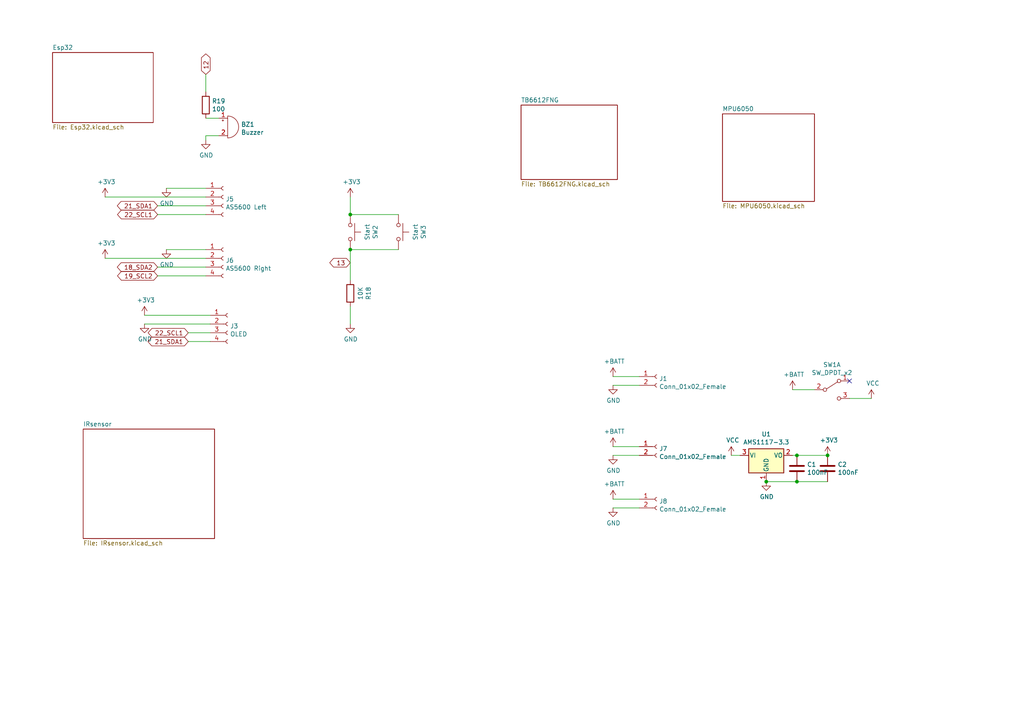
<source format=kicad_sch>
(kicad_sch (version 20211123) (generator eeschema)
  (paper "A4")
  (lib_symbols
    (symbol "Connector:Conn_01x02_Female" (pin_names (offset 1.016) hide)
      (property "Reference" "J" (at 0 2.54 0))
      (property "Value" "Conn_01x02_Female" (at 0 -5.08 0))
      (symbol "Conn_01x02_Female_1_1"
        (arc (start 0 -2.032) (mid -0.508 -2.54) (end 0 -3.048) (stroke (width 0.1524)))
        (polyline (pts (xy -1.27 -2.54) (xy -0.508 -2.54)) (stroke (width 0.1524)))
        (polyline (pts (xy -1.27 0) (xy -0.508 0)) (stroke (width 0.1524)))
        (arc (start 0 0.508) (mid -0.508 0) (end 0 -0.508) (stroke (width 0.1524)))
        (pin passive line (at -5.08 0 0) (length 3.81) (name "Pin_1") (number "1"))
        (pin passive line (at -5.08 -2.54 0) (length 3.81) (name "Pin_2") (number "2"))
      )
    )
    (symbol "Connector:Conn_01x04_Female" (pin_names (offset 1.016) hide)
      (property "Reference" "J" (at 0 5.08 0))
      (property "Value" "Conn_01x04_Female" (at 0 -7.62 0))
      (symbol "Conn_01x04_Female_1_1"
        (arc (start 0 -4.572) (mid -0.508 -5.08) (end 0 -5.588) (stroke (width 0.1524)))
        (arc (start 0 -2.032) (mid -0.508 -2.54) (end 0 -3.048) (stroke (width 0.1524)))
        (polyline (pts (xy -1.27 -5.08) (xy -0.508 -5.08)) (stroke (width 0.1524)))
        (polyline (pts (xy -1.27 -2.54) (xy -0.508 -2.54)) (stroke (width 0.1524)))
        (polyline (pts (xy -1.27 0) (xy -0.508 0)) (stroke (width 0.1524)))
        (polyline (pts (xy -1.27 2.54) (xy -0.508 2.54)) (stroke (width 0.1524)))
        (arc (start 0 0.508) (mid -0.508 0) (end 0 -0.508) (stroke (width 0.1524)))
        (arc (start 0 3.048) (mid -0.508 2.54) (end 0 2.032) (stroke (width 0.1524)))
        (pin passive line (at -5.08 2.54 0) (length 3.81) (name "Pin_1") (number "1"))
        (pin passive line (at -5.08 0 0) (length 3.81) (name "Pin_2") (number "2"))
        (pin passive line (at -5.08 -2.54 0) (length 3.81) (name "Pin_3") (number "3"))
        (pin passive line (at -5.08 -5.08 0) (length 3.81) (name "Pin_4") (number "4"))
      )
    )
    (symbol "Device:Buzzer" (pin_names (offset 0.0254) hide)
      (property "Reference" "BZ" (at 3.81 1.27 0))
      (property "Value" "Buzzer" (at 3.81 -1.27 0))
      (symbol "Buzzer_0_1"
        (arc (start 0 -3.175) (mid 3.175 0) (end 0 3.175))
        (polyline (pts (xy -1.651 1.905) (xy -1.143 1.905)))
        (polyline (pts (xy -1.397 2.159) (xy -1.397 1.651)))
        (polyline (pts (xy 0 3.175) (xy 0 -3.175)))
      )
      (symbol "Buzzer_1_1"
        (pin passive line (at -2.54 2.54 0) (length 2.54) (name "-") (number "1"))
        (pin passive line (at -2.54 -2.54 0) (length 2.54) (name "+") (number "2"))
      )
    )
    (symbol "Device:C" (pin_numbers hide) (pin_names (offset 0.254))
      (property "Reference" "C" (at 0.635 2.54 0))
      (property "Value" "C" (at 0.635 -2.54 0))
      (symbol "C_0_1"
        (polyline (pts (xy -2.032 -0.762) (xy 2.032 -0.762)) (stroke (width 0.508)))
        (polyline (pts (xy -2.032 0.762) (xy 2.032 0.762)) (stroke (width 0.508)))
      )
      (symbol "C_1_1"
        (pin passive line (at 0 3.81 270) (length 2.794) (name "~") (number "1"))
        (pin passive line (at 0 -3.81 90) (length 2.794) (name "~") (number "2"))
      )
    )
    (symbol "Device:R" (pin_numbers hide) (pin_names (offset 0))
      (property "Reference" "R" (at 2.032 0 90))
      (property "Value" "R" (at 0 0 90))
      (symbol "R_0_1"
        (rectangle (start -1.016 -2.54) (end 1.016 2.54) (stroke (width 0.254)))
      )
      (symbol "R_1_1"
        (pin passive line (at 0 3.81 270) (length 1.27) (name "~") (number "1"))
        (pin passive line (at 0 -3.81 90) (length 1.27) (name "~") (number "2"))
      )
    )
    (symbol "Micromouse_V01-rescue:+3.3V-power" (power) (pin_names (offset 0))
      (property "Value" "+3.3V-power" (at 0 3.556 0))
      (symbol "+3.3V-power_0_1"
        (polyline (pts (xy -0.762 1.27) (xy 0 2.54)))
        (polyline (pts (xy 0 0) (xy 0 2.54)))
        (polyline (pts (xy 0 2.54) (xy 0.762 1.27)))
      )
      (symbol "+3.3V-power_1_1"
        (pin power_in line (at 0 0 90) (length 0) hide (name "+3V3") (number "1"))
      )
    )
    (symbol "Micromouse_V01-rescue:SW_DPDT_x2-Switch" (pin_names (offset 0) hide)
      (property "Reference" "SW" (at 0 4.318 0))
      (property "Value" "SW_DPDT_x2-Switch" (at 0 -5.08 0))
      (symbol "SW_DPDT_x2-Switch_0_0"
        (circle (center -2.032 0) (radius 0.508))
        (circle (center 2.032 -2.54) (radius 0.508))
      )
      (symbol "SW_DPDT_x2-Switch_0_1"
        (polyline (pts (xy -1.524 0.254) (xy 1.651 2.286)))
        (circle (center 2.032 2.54) (radius 0.508))
      )
      (symbol "SW_DPDT_x2-Switch_1_1"
        (pin output line (at 5.08 2.54 180) (length 2.54) (name "A") (number "1"))
        (pin passive line (at -5.08 0 0) (length 2.54) (name "B") (number "2"))
        (pin output line (at 5.08 -2.54 180) (length 2.54) (name "C") (number "3"))
      )
      (symbol "SW_DPDT_x2-Switch_2_1"
        (pin output line (at 5.08 2.54 180) (length 2.54) (name "A") (number "4"))
        (pin passive line (at -5.08 0 0) (length 2.54) (name "B") (number "5"))
        (pin output line (at 5.08 -2.54 180) (length 2.54) (name "C") (number "6"))
      )
    )
    (symbol "Regulator_Linear:AMS1117-3.3" (pin_names (offset 0.254))
      (property "Reference" "U" (at -3.81 3.175 0))
      (property "Value" "AMS1117-3.3" (at 0 3.175 0))
      (symbol "AMS1117-3.3_0_1"
        (rectangle (start -5.08 -5.08) (end 5.08 1.905) (stroke (width 0.254)) (fill (type background)))
      )
      (symbol "AMS1117-3.3_1_1"
        (pin power_in line (at 0 -7.62 90) (length 2.54) (name "GND") (number "1"))
        (pin power_out line (at 7.62 0 180) (length 2.54) (name "VO") (number "2"))
        (pin power_in line (at -7.62 0 0) (length 2.54) (name "VI") (number "3"))
      )
    )
    (symbol "Switch:SW_Push" (pin_numbers hide) (pin_names (offset 1.016) hide)
      (property "Reference" "SW" (at 1.27 2.54 0))
      (property "Value" "SW_Push" (at 0 -1.524 0))
      (symbol "SW_Push_0_1"
        (circle (center -2.032 0) (radius 0.508))
        (polyline (pts (xy 0 1.27) (xy 0 3.048)))
        (polyline (pts (xy 2.54 1.27) (xy -2.54 1.27)))
        (circle (center 2.032 0) (radius 0.508))
        (pin passive line (at -5.08 0 0) (length 2.54) (name "1") (number "1"))
        (pin passive line (at 5.08 0 180) (length 2.54) (name "2") (number "2"))
      )
    )
    (symbol "power:+3V3" (power) (pin_names (offset 0))
      (property "Value" "+3V3" (at 0 3.556 0))
      (symbol "+3V3_0_1"
        (polyline (pts (xy -0.762 1.27) (xy 0 2.54)))
        (polyline (pts (xy 0 0) (xy 0 2.54)))
        (polyline (pts (xy 0 2.54) (xy 0.762 1.27)))
      )
      (symbol "+3V3_1_1"
        (pin power_in line (at 0 0 90) (length 0) hide (name "+3V3") (number "1"))
      )
    )
    (symbol "power:+BATT" (power) (pin_names (offset 0))
      (property "Value" "+BATT" (at 0 3.556 0))
      (symbol "+BATT_0_1"
        (polyline (pts (xy -0.762 1.27) (xy 0 2.54)))
        (polyline (pts (xy 0 0) (xy 0 2.54)))
        (polyline (pts (xy 0 2.54) (xy 0.762 1.27)))
      )
      (symbol "+BATT_1_1"
        (pin power_in line (at 0 0 90) (length 0) hide (name "+BATT") (number "1"))
      )
    )
    (symbol "power:GND" (power) (pin_names (offset 0))
      (property "Value" "GND" (at 0 -3.81 0))
      (symbol "GND_0_1"
        (polyline (pts (xy 0 0) (xy 0 -1.27) (xy 1.27 -1.27) (xy 0 -2.54) (xy -1.27 -1.27) (xy 0 -1.27)))
      )
      (symbol "GND_1_1"
        (pin power_in line (at 0 0 270) (length 0) hide (name "GND") (number "1"))
      )
    )
    (symbol "power:VCC" (power) (pin_names (offset 0))
      (property "Value" "VCC" (at 0 3.81 0))
      (symbol "VCC_0_1"
        (polyline (pts (xy -0.762 1.27) (xy 0 2.54)))
        (polyline (pts (xy 0 0) (xy 0 2.54)))
        (polyline (pts (xy 0 2.54) (xy 0.762 1.27)))
      )
      (symbol "VCC_1_1"
        (pin power_in line (at 0 0 90) (length 0) hide (name "VCC") (number "1"))
      )
    )
  )
  (junction (at 101.6 72.39))
  (junction (at 101.6 62.23))
  (junction (at 222.25 139.7))
  (junction (at 231.14 139.7))
  (junction (at 231.14 132.08))
  (junction (at 240.03 132.08))
  (no_connect (at 246.38 110.49))
  (wire (pts (xy 115.57 62.23) (xy 101.6 62.23)))
  (wire (pts (xy 177.8 129.54) (xy 185.42 129.54)))
  (wire (pts (xy 101.6 81.28) (xy 101.6 72.39)))
  (wire (pts (xy 229.87 113.03) (xy 236.22 113.03)))
  (wire (pts (xy 59.69 39.37) (xy 63.5 39.37)))
  (wire (pts (xy 54.61 99.06) (xy 60.96 99.06)))
  (wire (pts (xy 48.26 72.39) (xy 59.69 72.39)))
  (wire (pts (xy 45.72 59.69) (xy 59.69 59.69)))
  (wire (pts (xy 101.6 57.15) (xy 101.6 62.23)))
  (wire (pts (xy 214.63 132.08) (xy 212.09 132.08)))
  (wire (pts (xy 59.69 21.59) (xy 59.69 26.67)))
  (wire (pts (xy 60.96 93.98) (xy 41.91 93.98)))
  (wire (pts (xy 45.72 77.47) (xy 59.69 77.47)))
  (wire (pts (xy 30.48 74.93) (xy 59.69 74.93)))
  (wire (pts (xy 240.03 139.7) (xy 231.14 139.7)))
  (wire (pts (xy 59.69 62.23) (xy 45.72 62.23)))
  (wire (pts (xy 101.6 93.98) (xy 101.6 88.9)))
  (wire (pts (xy 252.73 115.57) (xy 246.38 115.57)))
  (wire (pts (xy 115.57 72.39) (xy 101.6 72.39)))
  (wire (pts (xy 177.8 144.78) (xy 185.42 144.78)))
  (wire (pts (xy 229.87 132.08) (xy 231.14 132.08)))
  (wire (pts (xy 177.8 132.08) (xy 185.42 132.08)))
  (wire (pts (xy 48.26 54.61) (xy 59.69 54.61)))
  (wire (pts (xy 231.14 139.7) (xy 222.25 139.7)))
  (wire (pts (xy 59.69 40.64) (xy 59.69 39.37)))
  (wire (pts (xy 54.61 96.52) (xy 60.96 96.52)))
  (wire (pts (xy 177.8 109.22) (xy 185.42 109.22)))
  (wire (pts (xy 59.69 80.01) (xy 45.72 80.01)))
  (wire (pts (xy 63.5 34.29) (xy 59.69 34.29)))
  (wire (pts (xy 231.14 132.08) (xy 240.03 132.08)))
  (wire (pts (xy 60.96 91.44) (xy 41.91 91.44)))
  (wire (pts (xy 30.48 57.15) (xy 59.69 57.15)))
  (wire (pts (xy 177.8 147.32) (xy 185.42 147.32)))
  (wire (pts (xy 177.8 111.76) (xy 185.42 111.76)))
  (global_label "18_SDA2" (shape bidirectional) (at 45.72 77.47 180) (property "Intersheet References" "${INTERSHEET_REFS}" (effects hide)))
  (global_label "13" (shape bidirectional) (at 101.6 76.2 180) (property "Intersheet References" "${INTERSHEET_REFS}" (effects hide)))
  (global_label "22_SCL1" (shape bidirectional) (at 45.72 62.23 180) (property "Intersheet References" "${INTERSHEET_REFS}" (effects hide)))
  (global_label "21_SDA1" (shape bidirectional) (at 45.72 59.69 180) (property "Intersheet References" "${INTERSHEET_REFS}" (effects hide)))
  (global_label "19_SCL2" (shape bidirectional) (at 45.72 80.01 180) (property "Intersheet References" "${INTERSHEET_REFS}" (effects hide)))
  (global_label "21_SDA1" (shape bidirectional) (at 54.61 99.06 180) (property "Intersheet References" "${INTERSHEET_REFS}" (effects hide)))
  (global_label "12" (shape bidirectional) (at 59.69 21.59 90) (property "Intersheet References" "${INTERSHEET_REFS}" (effects hide)))
  (global_label "22_SCL1" (shape bidirectional) (at 54.61 96.52 180) (property "Intersheet References" "${INTERSHEET_REFS}" (effects hide)))
  (symbol (lib_id "power:GND") (at 222.25 139.7 0) (unit 1)
    (property "Reference" "#PWR05" (effects hide))
    (property "Value" "GND" (at 222.377 144.0942 0))
  )
  (symbol (lib_id "power:VCC") (at 212.09 132.08 0) (unit 1)
    (property "Reference" "#PWR03" (effects hide))
    (property "Value" "VCC" (at 212.5218 127.6858 0))
  )
  (symbol (lib_id "Device:C") (at 231.14 135.89 0) (unit 1)
    (property "Reference" "C1" (at 234.061 134.7216 0) (effects (justify left)))
    (property "Value" "100nF" (at 234.061 137.033 0) (effects (justify left)))
    (property "Footprint" "Capacitor_SMD:C_0603_1608Metric" (effects hide))
  )
  (symbol (lib_id "Device:C") (at 240.03 135.89 0) (unit 1)
    (property "Reference" "C2" (at 242.951 134.7216 0) (effects (justify left)))
    (property "Value" "100nF" (at 242.951 137.033 0) (effects (justify left)))
    (property "Footprint" "Capacitor_SMD:C_0603_1608Metric" (effects hide))
  )
  (symbol (lib_id "Device:Buzzer") (at 66.04 36.83 0) (unit 1)
    (property "Reference" "BZ1" (at 69.9262 36.0934 0) (effects (justify left)))
    (property "Value" "Buzzer" (at 69.9262 38.4048 0) (effects (justify left)))
    (property "Footprint" "parts:4.2mm_5.5mm buzzer" (effects hide))
  )
  (symbol (lib_id "power:GND") (at 59.69 40.64 0) (unit 1)
    (property "Reference" "#PWR0101" (effects hide))
    (property "Value" "GND" (at 59.817 45.0342 0))
  )
  (symbol (lib_id "power:VCC") (at 252.73 115.57 0) (unit 1)
    (property "Reference" "#PWR01" (effects hide))
    (property "Value" "VCC" (at 253.1618 111.1758 0))
  )
  (symbol (lib_id "Micromouse_V01-rescue:SW_DPDT_x2-Switch") (at 241.3 113.03 0) (unit 1)
    (property "Reference" "SW1" (at 241.3 105.791 0))
    (property "Value" "SW_DPDT_x2" (at 241.3 108.1024 0))
    (property "Footprint" "Button_Switch_SMD:SW_SPDT_PCM12" (effects hide))
  )
  (symbol (lib_id "Switch:SW_Push") (at 101.6 67.31 270) (unit 1)
    (property "Reference" "SW2" (at 108.839 67.31 0))
    (property "Value" "Start" (at 106.5276 67.31 0))
    (property "Footprint" "Button_Switch_SMD:SW_SPST_CK_RS282G05A3" (effects hide))
  )
  (symbol (lib_id "Device:R") (at 101.6 85.09 180) (unit 1)
    (property "Reference" "R18" (at 106.8578 85.09 90))
    (property "Value" "10K" (at 104.5464 85.09 90))
    (property "Footprint" "Resistor_SMD:R_0805_2012Metric_Pad1.15x1.40mm_HandSolder" (effects hide))
  )
  (symbol (lib_id "power:GND") (at 101.6 93.98 0) (unit 1)
    (property "Reference" "#PWR07" (effects hide))
    (property "Value" "GND" (at 101.727 98.3742 0))
  )
  (symbol (lib_id "Connector:Conn_01x04_Female") (at 66.04 93.98 0) (unit 1)
    (property "Reference" "J3" (at 66.7258 94.5896 0) (effects (justify left)))
    (property "Value" "OLED" (at 66.7258 96.901 0) (effects (justify left)))
    (property "Footprint" "parts:OLED 128x32" (effects hide))
  )
  (symbol (lib_id "power:+3V3") (at 41.91 91.44 0) (unit 1)
    (property "Reference" "#PWR0104" (effects hide))
    (property "Value" "+3V3" (at 42.291 87.0458 0))
  )
  (symbol (lib_id "power:GND") (at 41.91 93.98 0) (unit 1)
    (property "Reference" "#PWR0105" (effects hide))
    (property "Value" "GND" (at 42.037 98.3742 0))
  )
  (symbol (lib_id "Regulator_Linear:AMS1117-3.3") (at 222.25 132.08 0) (unit 1)
    (property "Reference" "U1" (at 222.25 125.9332 0))
    (property "Value" "AMS1117-3.3" (at 222.25 128.2446 0))
    (property "Footprint" "Package_TO_SOT_SMD:SOT-223-3_TabPin2" (effects hide))
    (property "Datasheet" "http://www.advanced-monolithic.com/pdf/ds1117.pdf" (effects hide))
  )
  (symbol (lib_id "power:+3V3") (at 240.03 132.08 0) (unit 1)
    (property "Reference" "#PWR0102" (effects hide))
    (property "Value" "+3V3" (at 240.411 127.6858 0))
  )
  (symbol (lib_id "Connector:Conn_01x02_Female") (at 190.5 109.22 0) (unit 1)
    (property "Reference" "J1" (at 191.1858 109.8296 0) (effects (justify left)))
    (property "Value" "Conn_01x02_Female" (at 191.1858 112.141 0) (effects (justify left)))
    (property "Footprint" "Connector_PinSocket_2.54mm:PinSocket_1x02_P2.54mm_Vertical" (effects hide))
  )
  (symbol (lib_id "power:GND") (at 177.8 111.76 0) (unit 1)
    (property "Reference" "#PWR0106" (effects hide))
    (property "Value" "GND" (at 177.927 116.1542 0))
  )
  (symbol (lib_id "Connector:Conn_01x04_Female") (at 64.77 74.93 0) (unit 1)
    (property "Reference" "J6" (at 65.4558 75.5396 0) (effects (justify left)))
    (property "Value" "AS5600 Right" (at 65.4558 77.851 0) (effects (justify left)))
    (property "Footprint" "Connector_PinSocket_2.00mm:PinSocket_1x04_P2.00mm_Vertical" (effects hide))
  )
  (symbol (lib_id "Connector:Conn_01x04_Female") (at 64.77 57.15 0) (unit 1)
    (property "Reference" "J5" (at 65.4558 57.7596 0) (effects (justify left)))
    (property "Value" "AS5600 Left" (at 65.4558 60.071 0) (effects (justify left)))
    (property "Footprint" "Connector_PinSocket_2.00mm:PinSocket_1x04_P2.00mm_Vertical" (effects hide))
  )
  (symbol (lib_id "Connector:Conn_01x02_Female") (at 190.5 129.54 0) (unit 1)
    (property "Reference" "J7" (at 191.1858 130.1496 0) (effects (justify left)))
    (property "Value" "Conn_01x02_Female" (at 191.1858 132.461 0) (effects (justify left)))
    (property "Footprint" "Connector_PinSocket_2.54mm:PinSocket_1x02_P2.54mm_Vertical" (effects hide))
  )
  (symbol (lib_id "power:GND") (at 177.8 132.08 0) (unit 1)
    (property "Reference" "#PWR0150" (effects hide))
    (property "Value" "GND" (at 177.927 136.4742 0))
  )
  (symbol (lib_id "power:+BATT") (at 177.8 129.54 0) (unit 1)
    (property "Reference" "#PWR0151" (effects hide))
    (property "Value" "+BATT" (at 178.181 125.1458 0))
  )
  (symbol (lib_id "Connector:Conn_01x02_Female") (at 190.5 144.78 0) (unit 1)
    (property "Reference" "J8" (at 191.1858 145.3896 0) (effects (justify left)))
    (property "Value" "Conn_01x02_Female" (at 191.1858 147.701 0) (effects (justify left)))
    (property "Footprint" "Connector_PinSocket_2.00mm:PinSocket_1x02_P2.00mm_Vertical" (effects hide))
  )
  (symbol (lib_id "power:GND") (at 177.8 147.32 0) (unit 1)
    (property "Reference" "#PWR0152" (effects hide))
    (property "Value" "GND" (at 177.927 151.7142 0))
  )
  (symbol (lib_id "power:+BATT") (at 177.8 144.78 0) (unit 1)
    (property "Reference" "#PWR0153" (effects hide))
    (property "Value" "+BATT" (at 178.181 140.3858 0))
  )
  (symbol (lib_id "Device:R") (at 59.69 30.48 0) (unit 1)
    (property "Reference" "R19" (at 61.468 29.3116 0) (effects (justify left)))
    (property "Value" "100" (at 61.468 31.623 0) (effects (justify left)))
    (property "Footprint" "Resistor_SMD:R_0805_2012Metric_Pad1.15x1.40mm_HandSolder" (effects hide))
  )
  (symbol (lib_id "power:+BATT") (at 177.8 109.22 0) (unit 1)
    (property "Reference" "#PWR0103" (effects hide))
    (property "Value" "+BATT" (at 178.181 104.8258 0))
  )
  (symbol (lib_id "power:+BATT") (at 229.87 113.03 0) (unit 1)
    (property "Reference" "#PWR0114" (effects hide))
    (property "Value" "+BATT" (at 230.251 108.6358 0))
  )
  (symbol (lib_id "Switch:SW_Push") (at 115.57 67.31 270) (unit 1)
    (property "Reference" "SW3" (at 122.809 67.31 0))
    (property "Value" "Start" (at 120.4976 67.31 0))
    (property "Footprint" "Button_Switch_SMD:SW_SPST_CK_RS282G05A3" (effects hide))
  )
  (symbol (lib_id "Micromouse_V01-rescue:+3.3V-power") (at 101.6 57.15 0) (unit 1)
    (property "Reference" "#PWR0154" (effects hide))
    (property "Value" "+3.3V" (at 101.981 52.7558 0))
  )
  (symbol (lib_id "power:+3V3") (at 30.48 57.15 0) (unit 1)
    (property "Reference" "#PWR0138" (effects hide))
    (property "Value" "+3V3" (at 30.861 52.7558 0))
  )
  (symbol (lib_id "power:GND") (at 48.26 54.61 0) (unit 1)
    (property "Reference" "#PWR0139" (effects hide))
    (property "Value" "GND" (at 48.387 59.0042 0))
  )
  (symbol (lib_id "power:+3V3") (at 30.48 74.93 0) (unit 1)
    (property "Reference" "#PWR0140" (effects hide))
    (property "Value" "+3V3" (at 30.861 70.5358 0))
  )
  (symbol (lib_id "power:GND") (at 48.26 72.39 0) (unit 1)
    (property "Reference" "#PWR0141" (effects hide))
    (property "Value" "GND" (at 48.387 76.7842 0))
  )
  (sheet (at 15.24 15.24) (size 29.21 20.32)
    (property "Sheet name" "Esp32" (at 15.24 14.5284 0) (effects (justify left bottom)))
    (property "Sheet file" "Esp32.kicad_sch" (at 15.24 36.1446 0) (effects (justify left top)))
  )
  (sheet (at 151.13 30.48) (size 27.94 21.59)
    (property "Sheet name" "TB6612FNG" (at 151.13 29.7684 0) (effects (justify left bottom)))
    (property "Sheet file" "TB6612FNG.kicad_sch" (at 151.13 52.6546 0) (effects (justify left top)))
  )
  (sheet (at 209.55 33.02) (size 26.67 25.4)
    (property "Sheet name" "MPU6050" (at 209.55 32.3084 0) (effects (justify left bottom)))
    (property "Sheet file" "MPU6050.kicad_sch" (at 209.55 59.0046 0) (effects (justify left top)))
  )
  (sheet (at 24.13 124.46) (size 38.1 31.75)
    (property "Sheet name" "IRsensor" (at 24.13 123.7484 0) (effects (justify left bottom)))
    (property "Sheet file" "IRsensor.kicad_sch" (at 24.13 156.7946 0) (effects (justify left top)))
  )
)
</source>
